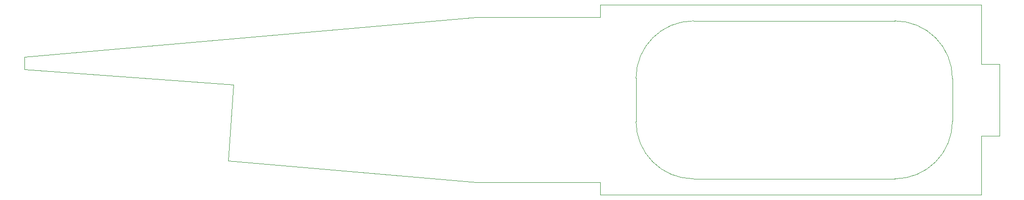
<source format=gbr>
%TF.GenerationSoftware,KiCad,Pcbnew,8.0.0*%
%TF.CreationDate,2024-08-29T00:31:50-07:00*%
%TF.ProjectId,sled,736c6564-2e6b-4696-9361-645f70636258,rev?*%
%TF.SameCoordinates,Original*%
%TF.FileFunction,Profile,NP*%
%FSLAX46Y46*%
G04 Gerber Fmt 4.6, Leading zero omitted, Abs format (unit mm)*
G04 Created by KiCad (PCBNEW 8.0.0) date 2024-08-29 00:31:50*
%MOMM*%
%LPD*%
G01*
G04 APERTURE LIST*
%TA.AperFunction,Profile*%
%ADD10C,0.100000*%
%TD*%
G04 APERTURE END LIST*
D10*
X193767279Y-45951498D02*
X229327271Y-45951498D01*
X112533202Y-57252212D02*
X75644122Y-54527910D01*
X111546031Y-70682513D02*
X112533202Y-57252212D01*
X75644122Y-52301498D02*
X75644122Y-54527910D01*
X155483053Y-74526498D02*
X111546031Y-70682513D01*
X183607304Y-59921498D02*
X183607304Y-63757393D01*
X193767271Y-73891498D02*
G75*
G02*
X183607304Y-63757393I0J10160000D01*
G01*
X193767271Y-73891498D02*
X229327304Y-73891498D01*
X239487278Y-63709415D02*
G75*
G02*
X229327304Y-73891429I-10159907J-22083D01*
G01*
X239487279Y-63709415D02*
X239487279Y-59921498D01*
X239487279Y-56154599D02*
X239487279Y-59921498D01*
X229327271Y-45951498D02*
G75*
G02*
X239487280Y-56154599I-100J-10160200D01*
G01*
X183607305Y-56088960D02*
G75*
G02*
X193767278Y-45951507I10159966J-22538D01*
G01*
X183607304Y-59921498D02*
X183607304Y-56088960D01*
X155483053Y-45316498D02*
X75644122Y-52301498D01*
X155483053Y-45316498D02*
X177257279Y-45316498D01*
X177257279Y-45316498D02*
X177257279Y-43093998D01*
X177257279Y-43093998D02*
X244567279Y-43093998D01*
X244567279Y-43093998D02*
X244567279Y-53571498D01*
X244567279Y-53571498D02*
X247818301Y-53571498D01*
X247818301Y-53571498D02*
X247818301Y-59921498D01*
X247818301Y-66271498D02*
X247818301Y-59921498D01*
X244567279Y-66271498D02*
X247818301Y-66271498D01*
X244567279Y-76748998D02*
X244567279Y-66271498D01*
X177257279Y-76748998D02*
X244567279Y-76748998D01*
X177257279Y-74526498D02*
X177257279Y-76748998D01*
X155483053Y-74526498D02*
X177257279Y-74526498D01*
M02*

</source>
